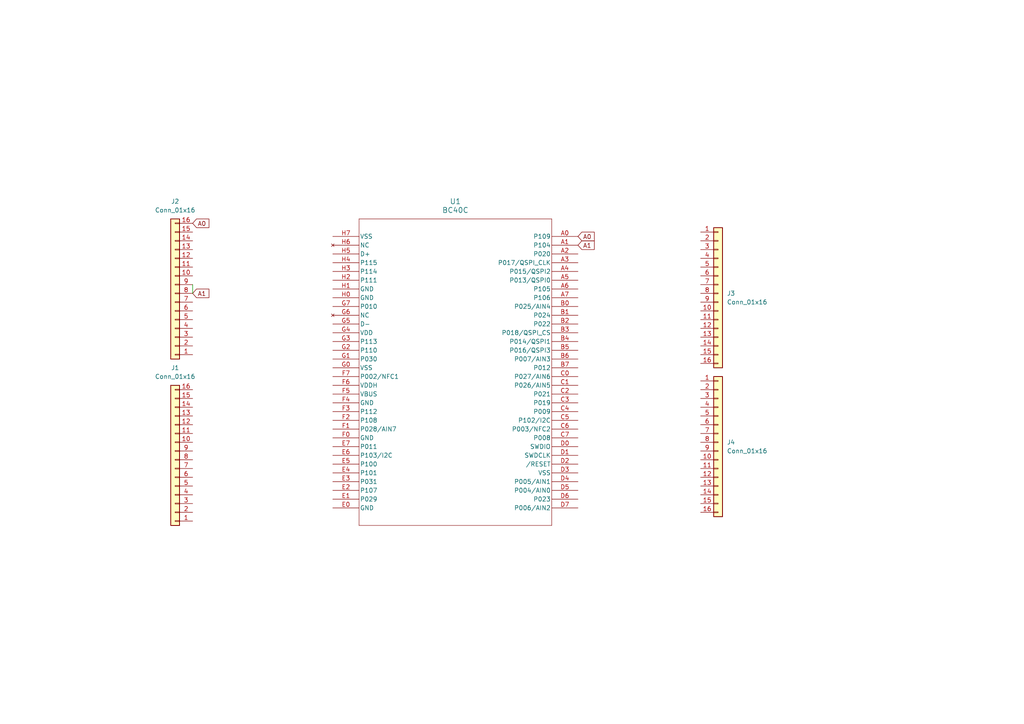
<source format=kicad_sch>
(kicad_sch (version 20231120) (generator "eeschema") (generator_version "8.0")
  (paper "A4")
  (lib_symbols
    (symbol "Connector_Generic:Conn_01x16" (pin_names (offset 1.016) hide)
      (property "Reference" "J" (at 0 20.32 0))
      (property "Value" "Conn_01x16" (at 0 -22.86 0))
      (symbol "Conn_01x16_1_1"
        (rectangle (start -1.27 -20.193) (end 0 -20.447) (stroke (width 0.1524)))
        (rectangle (start -1.27 -17.653) (end 0 -17.907) (stroke (width 0.1524)))
        (rectangle (start -1.27 -15.113) (end 0 -15.367) (stroke (width 0.1524)))
        (rectangle (start -1.27 -12.573) (end 0 -12.827) (stroke (width 0.1524)))
        (rectangle (start -1.27 -10.033) (end 0 -10.287) (stroke (width 0.1524)))
        (rectangle (start -1.27 -7.493) (end 0 -7.747) (stroke (width 0.1524)))
        (rectangle (start -1.27 -4.953) (end 0 -5.207) (stroke (width 0.1524)))
        (rectangle (start -1.27 -2.413) (end 0 -2.667) (stroke (width 0.1524)))
        (rectangle (start -1.27 0.127) (end 0 -0.127) (stroke (width 0.1524)))
        (rectangle (start -1.27 2.667) (end 0 2.413) (stroke (width 0.1524)))
        (rectangle (start -1.27 5.207) (end 0 4.953) (stroke (width 0.1524)))
        (rectangle (start -1.27 7.747) (end 0 7.493) (stroke (width 0.1524)))
        (rectangle (start -1.27 10.287) (end 0 10.033) (stroke (width 0.1524)))
        (rectangle (start -1.27 12.827) (end 0 12.573) (stroke (width 0.1524)))
        (rectangle (start -1.27 15.367) (end 0 15.113) (stroke (width 0.1524)))
        (rectangle (start -1.27 17.907) (end 0 17.653) (stroke (width 0.1524)))
        (rectangle (start -1.27 19.05) (end 1.27 -21.59) (stroke (width 0.254)) (fill (type background)))
        (pin passive line (at -5.08 17.78 0) (length 3.81) (name "Pin_1") (number "1"))
        (pin passive line (at -5.08 -5.08 0) (length 3.81) (name "Pin_10") (number "10"))
        (pin passive line (at -5.08 -7.62 0) (length 3.81) (name "Pin_11") (number "11"))
        (pin passive line (at -5.08 -10.16 0) (length 3.81) (name "Pin_12") (number "12"))
        (pin passive line (at -5.08 -12.7 0) (length 3.81) (name "Pin_13") (number "13"))
        (pin passive line (at -5.08 -15.24 0) (length 3.81) (name "Pin_14") (number "14"))
        (pin passive line (at -5.08 -17.78 0) (length 3.81) (name "Pin_15") (number "15"))
        (pin passive line (at -5.08 -20.32 0) (length 3.81) (name "Pin_16") (number "16"))
        (pin passive line (at -5.08 15.24 0) (length 3.81) (name "Pin_2") (number "2"))
        (pin passive line (at -5.08 12.7 0) (length 3.81) (name "Pin_3") (number "3"))
        (pin passive line (at -5.08 10.16 0) (length 3.81) (name "Pin_4") (number "4"))
        (pin passive line (at -5.08 7.62 0) (length 3.81) (name "Pin_5") (number "5"))
        (pin passive line (at -5.08 5.08 0) (length 3.81) (name "Pin_6") (number "6"))
        (pin passive line (at -5.08 2.54 0) (length 3.81) (name "Pin_7") (number "7"))
        (pin passive line (at -5.08 0 0) (length 3.81) (name "Pin_8") (number "8"))
        (pin passive line (at -5.08 -2.54 0) (length 3.81) (name "Pin_9") (number "9"))
      )
    )
    (symbol "Custom:BC40C" (pin_names (offset 0.254))
      (property "Reference" "U" (at 35.56 10.16 0))
      (property "Value" "BC40C" (at 35.56 7.62 0))
      (symbol "BC40C_0_1"
        (polyline (pts (xy 7.62 -83.82) (xy 63.5 -83.82)) (stroke (width 0.127)))
        (polyline (pts (xy 7.62 5.08) (xy 7.62 -83.82)) (stroke (width 0.127)))
        (polyline (pts (xy 63.5 -83.82) (xy 63.5 5.08)) (stroke (width 0.127)))
        (polyline (pts (xy 63.5 5.08) (xy 7.62 5.08)) (stroke (width 0.127)))
        (pin bidirectional line (at 0 0 0) (length 7.62) (name "P109") (number "A0"))
        (pin bidirectional line (at 0 -2.54 0) (length 7.62) (name "P104") (number "A1"))
        (pin bidirectional line (at 0 -5.08 0) (length 7.62) (name "P020") (number "A2"))
        (pin bidirectional line (at 0 -7.62 0) (length 7.62) (name "P017/QSPI_CLK") (number "A3"))
        (pin bidirectional line (at 0 -10.16 0) (length 7.62) (name "P015/QSPI2") (number "A4"))
        (pin bidirectional line (at 0 -12.7 0) (length 7.62) (name "P013/QSPI0") (number "A5"))
        (pin bidirectional line (at 0 -15.24 0) (length 7.62) (name "P105") (number "A6"))
        (pin bidirectional line (at 0 -17.78 0) (length 7.62) (name "P106") (number "A7"))
        (pin input line (at 0 -20.32 0) (length 7.62) (name "P025/AIN4") (number "B0"))
        (pin bidirectional line (at 0 -22.86 0) (length 7.62) (name "P024") (number "B1"))
        (pin bidirectional line (at 0 -25.4 0) (length 7.62) (name "P022") (number "B2"))
        (pin bidirectional line (at 0 -27.94 0) (length 7.62) (name "P018/QSPI_CS") (number "B3"))
        (pin bidirectional line (at 0 -30.48 0) (length 7.62) (name "P014/QSPI1") (number "B4"))
        (pin bidirectional line (at 0 -33.02 0) (length 7.62) (name "P016/QSPI3") (number "B5"))
        (pin input line (at 0 -35.56 0) (length 7.62) (name "P007/AIN3") (number "B6"))
        (pin bidirectional line (at 0 -38.1 0) (length 7.62) (name "P012") (number "B7"))
        (pin input line (at 0 -40.64 0) (length 7.62) (name "P027/AIN6") (number "C0"))
        (pin input line (at 0 -43.18 0) (length 7.62) (name "P026/AIN5") (number "C1"))
        (pin bidirectional line (at 0 -45.72 0) (length 7.62) (name "P021") (number "C2"))
        (pin bidirectional line (at 0 -48.26 0) (length 7.62) (name "P019") (number "C3"))
        (pin bidirectional line (at 0 -50.8 0) (length 7.62) (name "P009") (number "C4"))
        (pin bidirectional line (at 0 -53.34 0) (length 7.62) (name "P102/I2C") (number "C5"))
        (pin bidirectional line (at 0 -55.88 0) (length 7.62) (name "P003/NFC2") (number "C6"))
        (pin bidirectional line (at 0 -58.42 0) (length 7.62) (name "P008") (number "C7"))
        (pin bidirectional line (at 0 -60.96 0) (length 7.62) (name "SWDIO") (number "D0"))
        (pin unspecified line (at 0 -63.5 0) (length 7.62) (name "SWDCLK") (number "D1"))
        (pin unspecified line (at 0 -66.04 0) (length 7.62) (name "/RESET") (number "D2"))
        (pin power_out line (at 0 -68.58 0) (length 7.62) (name "VSS") (number "D3"))
        (pin input line (at 0 -71.12 0) (length 7.62) (name "P005/AIN1") (number "D4"))
        (pin bidirectional line (at 0 -73.66 0) (length 7.62) (name "P004/AIN0") (number "D5"))
        (pin bidirectional line (at 0 -76.2 0) (length 7.62) (name "P023") (number "D6"))
        (pin input line (at 0 -78.74 0) (length 7.62) (name "P006/AIN2") (number "D7"))
        (pin power_out line (at 71.12 -78.74 180) (length 7.62) (name "GND") (number "E0"))
        (pin bidirectional line (at 71.12 -76.2 180) (length 7.62) (name "P029") (number "E1"))
        (pin bidirectional line (at 71.12 -73.66 180) (length 7.62) (name "P107") (number "E2"))
        (pin bidirectional line (at 71.12 -71.12 180) (length 7.62) (name "P031") (number "E3"))
        (pin bidirectional line (at 71.12 -68.58 180) (length 7.62) (name "P101") (number "E4"))
        (pin bidirectional line (at 71.12 -66.04 180) (length 7.62) (name "P100") (number "E5"))
        (pin bidirectional line (at 71.12 -63.5 180) (length 7.62) (name "P103/I2C") (number "E6"))
        (pin bidirectional line (at 71.12 -60.96 180) (length 7.62) (name "P011") (number "E7"))
        (pin power_out line (at 71.12 -58.42 180) (length 7.62) (name "GND") (number "F0"))
        (pin input line (at 71.12 -55.88 180) (length 7.62) (name "P028/AIN7") (number "F1"))
        (pin bidirectional line (at 71.12 -53.34 180) (length 7.62) (name "P108") (number "F2"))
        (pin bidirectional line (at 71.12 -50.8 180) (length 7.62) (name "P112") (number "F3"))
        (pin power_out line (at 71.12 -48.26 180) (length 7.62) (name "GND") (number "F4"))
        (pin power_in line (at 71.12 -45.72 180) (length 7.62) (name "VBUS") (number "F5"))
        (pin power_in line (at 71.12 -43.18 180) (length 7.62) (name "VDDH") (number "F6"))
        (pin bidirectional line (at 71.12 -40.64 180) (length 7.62) (name "P002/NFC1") (number "F7"))
        (pin power_out line (at 71.12 -38.1 180) (length 7.62) (name "VSS") (number "G0"))
        (pin bidirectional line (at 71.12 -35.56 180) (length 7.62) (name "P030") (number "G1"))
        (pin bidirectional line (at 71.12 -33.02 180) (length 7.62) (name "P110") (number "G2"))
        (pin bidirectional line (at 71.12 -30.48 180) (length 7.62) (name "P113") (number "G3"))
        (pin power_in line (at 71.12 -27.94 180) (length 7.62) (name "VDD") (number "G4"))
        (pin unspecified line (at 71.12 -25.4 180) (length 7.62) (name "D-") (number "G5"))
        (pin no_connect line (at 71.12 -22.86 180) (length 7.62) (name "NC") (number "G6"))
        (pin bidirectional line (at 71.12 -20.32 180) (length 7.62) (name "P010") (number "G7"))
        (pin power_out line (at 71.12 -17.78 180) (length 7.62) (name "GND") (number "H0"))
        (pin power_out line (at 71.12 -15.24 180) (length 7.62) (name "GND") (number "H1"))
        (pin bidirectional line (at 71.12 -12.7 180) (length 7.62) (name "P111") (number "H2"))
        (pin bidirectional line (at 71.12 -10.16 180) (length 7.62) (name "P114") (number "H3"))
        (pin bidirectional line (at 71.12 -7.62 180) (length 7.62) (name "P115") (number "H4"))
        (pin unspecified line (at 71.12 -5.08 180) (length 7.62) (name "D+") (number "H5"))
        (pin no_connect line (at 71.12 -2.54 180) (length 7.62) (name "NC") (number "H6"))
        (pin power_out line (at 71.12 0 180) (length 7.62) (name "VSS") (number "H7"))
      )
    )
  )
  (wire (pts (xy 55.88 85.09) (xy 55.88 82.55)))
  (global_label "A1" (shape input) (at 167.64 71.12 0) (property "Intersheetrefs" "${INTERSHEET_REFS}" (effects (hide yes))))
  (global_label "A1" (shape input) (at 55.88 85.09 0) (property "Intersheetrefs" "${INTERSHEET_REFS}" (effects (hide yes))))
  (global_label "A0" (shape input) (at 55.88 64.77 0) (property "Intersheetrefs" "${INTERSHEET_REFS}" (effects (hide yes))))
  (global_label "A0" (shape input) (at 167.64 68.58 0) (property "Intersheetrefs" "${INTERSHEET_REFS}" (effects (hide yes))))
  (symbol (lib_id "Connector_Generic:Conn_01x16") (at 208.28 128.27 0) (unit 1)
    (property "Reference" "J4" (at 210.82 128.2699 0) (effects (justify left)))
    (property "Value" "Conn_01x16" (at 210.82 130.8099 0) (effects (justify left)))
    (property "Footprint" "Custom:1x16 Connector" (effects (hide yes)))
    (property "Description" "Generic connector, single row, 01x16, script generated (kicad-library-utils/schlib/autogen/connector/)" (effects (hide yes)))
  )
  (symbol (lib_id "Custom:BC40C") (at 167.64 68.58 0) (mirror y) (unit 1)
    (property "Reference" "U1" (at 132.08 58.42 0) (effects (font (size 1.524 1.524))))
    (property "Value" "BC40C" (at 132.08 60.96 0) (effects (font (size 1.524 1.524))))
    (property "Footprint" "BGA64_BC40C_FNL" (effects (hide yes)))
    (property "Datasheet" "BC40C" (effects (hide yes)))
  )
  (symbol (lib_id "Connector_Generic:Conn_01x16") (at 50.8 85.09 180) (unit 1)
    (property "Reference" "J2" (at 50.8 58.42 0))
    (property "Value" "Conn_01x16" (at 50.8 60.96 0))
    (property "Footprint" "Custom:1x16 Connector" (effects (hide yes)))
    (property "Description" "Generic connector, single row, 01x16, script generated (kicad-library-utils/schlib/autogen/connector/)" (effects (hide yes)))
  )
  (symbol (lib_id "Connector_Generic:Conn_01x16") (at 50.8 133.35 180) (unit 1)
    (property "Reference" "J1" (at 50.8 106.68 0))
    (property "Value" "Conn_01x16" (at 50.8 109.22 0))
    (property "Footprint" "Custom:1x16 Connector" (effects (hide yes)))
    (property "Description" "Generic connector, single row, 01x16, script generated (kicad-library-utils/schlib/autogen/connector/)" (effects (hide yes)))
  )
  (symbol (lib_id "Connector_Generic:Conn_01x16") (at 208.28 85.09 0) (unit 1)
    (property "Reference" "J3" (at 210.82 85.0899 0) (effects (justify left)))
    (property "Value" "Conn_01x16" (at 210.82 87.6299 0) (effects (justify left)))
    (property "Footprint" "Custom:1x16 Connector" (effects (hide yes)))
    (property "Description" "Generic connector, single row, 01x16, script generated (kicad-library-utils/schlib/autogen/connector/)" (effects (hide yes)))
  )
)
</source>
